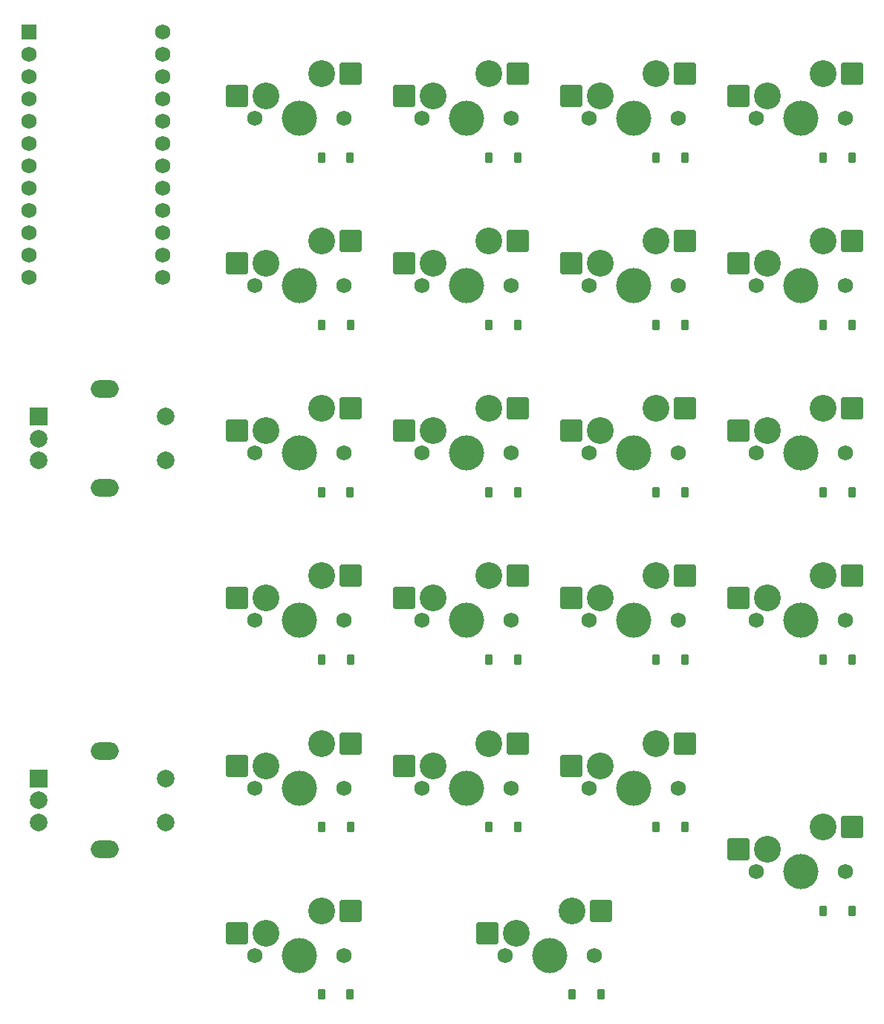
<source format=gbs>
G04 #@! TF.GenerationSoftware,KiCad,Pcbnew,8.0.2*
G04 #@! TF.CreationDate,2024-06-05T18:53:51-04:00*
G04 #@! TF.ProjectId,CSP_macropad_arduino,4353505f-6d61-4637-926f-7061645f6172,rev?*
G04 #@! TF.SameCoordinates,Original*
G04 #@! TF.FileFunction,Soldermask,Bot*
G04 #@! TF.FilePolarity,Negative*
%FSLAX46Y46*%
G04 Gerber Fmt 4.6, Leading zero omitted, Abs format (unit mm)*
G04 Created by KiCad (PCBNEW 8.0.2) date 2024-06-05 18:53:51*
%MOMM*%
%LPD*%
G01*
G04 APERTURE LIST*
G04 Aperture macros list*
%AMRoundRect*
0 Rectangle with rounded corners*
0 $1 Rounding radius*
0 $2 $3 $4 $5 $6 $7 $8 $9 X,Y pos of 4 corners*
0 Add a 4 corners polygon primitive as box body*
4,1,4,$2,$3,$4,$5,$6,$7,$8,$9,$2,$3,0*
0 Add four circle primitives for the rounded corners*
1,1,$1+$1,$2,$3*
1,1,$1+$1,$4,$5*
1,1,$1+$1,$6,$7*
1,1,$1+$1,$8,$9*
0 Add four rect primitives between the rounded corners*
20,1,$1+$1,$2,$3,$4,$5,0*
20,1,$1+$1,$4,$5,$6,$7,0*
20,1,$1+$1,$6,$7,$8,$9,0*
20,1,$1+$1,$8,$9,$2,$3,0*%
G04 Aperture macros list end*
%ADD10RoundRect,0.250000X-1.025000X-1.000000X1.025000X-1.000000X1.025000X1.000000X-1.025000X1.000000X0*%
%ADD11C,1.750000*%
%ADD12C,3.050000*%
%ADD13C,4.000000*%
%ADD14O,3.200000X2.000000*%
%ADD15R,2.000000X2.000000*%
%ADD16C,2.000000*%
%ADD17R,1.752600X1.752600*%
%ADD18C,1.752600*%
%ADD19RoundRect,0.225000X-0.225000X-0.375000X0.225000X-0.375000X0.225000X0.375000X-0.225000X0.375000X0*%
G04 APERTURE END LIST*
D10*
X110644500Y-66692500D03*
X97717500Y-69232500D03*
D11*
X109882500Y-71772500D03*
D12*
X107342500Y-66692500D03*
D13*
X104802500Y-71772500D03*
D12*
X100992500Y-69232500D03*
D11*
X99722500Y-71772500D03*
X99722500Y-33662500D03*
D12*
X100992500Y-31122500D03*
D13*
X104802500Y-33662500D03*
D12*
X107342500Y-28582500D03*
D11*
X109882500Y-33662500D03*
D10*
X97717500Y-31122500D03*
X110644500Y-28582500D03*
D11*
X137832500Y-119410000D03*
D12*
X139102500Y-116870000D03*
D13*
X142912500Y-119410000D03*
D12*
X145452500Y-114330000D03*
D11*
X147992500Y-119410000D03*
D10*
X135827500Y-116870000D03*
X148754500Y-114330000D03*
D11*
X99722500Y-90827500D03*
D12*
X100992500Y-88287500D03*
D13*
X104802500Y-90827500D03*
D12*
X107342500Y-85747500D03*
D11*
X109882500Y-90827500D03*
D10*
X97717500Y-88287500D03*
X110644500Y-85747500D03*
D14*
X63570082Y-105702500D03*
X63570082Y-116902500D03*
D15*
X56070082Y-108802500D03*
D16*
X56070082Y-113802500D03*
X56070082Y-111302500D03*
X70570082Y-113802500D03*
X70570082Y-108802500D03*
D11*
X118777500Y-109882500D03*
D12*
X120047500Y-107342500D03*
D13*
X123857500Y-109882500D03*
D12*
X126397500Y-104802500D03*
D11*
X128937500Y-109882500D03*
D10*
X116772500Y-107342500D03*
X129699500Y-104802500D03*
D11*
X118777500Y-52717500D03*
D12*
X120047500Y-50177500D03*
D13*
X123857500Y-52717500D03*
D12*
X126397500Y-47637500D03*
D11*
X128937500Y-52717500D03*
D10*
X116772500Y-50177500D03*
X129699500Y-47637500D03*
D11*
X137832500Y-71772500D03*
D12*
X139102500Y-69232500D03*
D13*
X142912500Y-71772500D03*
D12*
X145452500Y-66692500D03*
D11*
X147992500Y-71772500D03*
D10*
X135827500Y-69232500D03*
X148754500Y-66692500D03*
D11*
X118777500Y-71772500D03*
D12*
X120047500Y-69232500D03*
D13*
X123857500Y-71772500D03*
D12*
X126397500Y-66692500D03*
D11*
X128937500Y-71772500D03*
D10*
X116772500Y-69232500D03*
X129699500Y-66692500D03*
D11*
X80667500Y-33662500D03*
D12*
X81937500Y-31122500D03*
D13*
X85747500Y-33662500D03*
D12*
X88287500Y-28582500D03*
D11*
X90827500Y-33662500D03*
D10*
X78662500Y-31122500D03*
X91589500Y-28582500D03*
D11*
X137832500Y-52717500D03*
D12*
X139102500Y-50177500D03*
D13*
X142912500Y-52717500D03*
D12*
X145452500Y-47637500D03*
D11*
X147992500Y-52717500D03*
D10*
X135827500Y-50177500D03*
X148754500Y-47637500D03*
D14*
X63570082Y-64492500D03*
X63570082Y-75692500D03*
D15*
X56070082Y-67592500D03*
D16*
X56070082Y-72592500D03*
X56070082Y-70092500D03*
X70570082Y-72592500D03*
X70570082Y-67592500D03*
D17*
X54943250Y-23818750D03*
D18*
X54943250Y-26358750D03*
X54943250Y-28898750D03*
X54943250Y-31438750D03*
X54943250Y-33978750D03*
X54943250Y-36518750D03*
X54943250Y-39058750D03*
X54943250Y-41598750D03*
X54943250Y-44138750D03*
X54943250Y-46678750D03*
X54943250Y-49218750D03*
X54943250Y-51758750D03*
X70183250Y-51758750D03*
X70183250Y-49218750D03*
X70183250Y-46678750D03*
X70183250Y-44138750D03*
X70183250Y-41598750D03*
X70183250Y-39058750D03*
X70183250Y-36518750D03*
X70183250Y-33978750D03*
X70183250Y-31438750D03*
X70183250Y-28898750D03*
X70183250Y-26358750D03*
X70183250Y-23818750D03*
D11*
X137832500Y-90827500D03*
D12*
X139102500Y-88287500D03*
D13*
X142912500Y-90827500D03*
D12*
X145452500Y-85747500D03*
D11*
X147992500Y-90827500D03*
D10*
X135827500Y-88287500D03*
X148754500Y-85747500D03*
D11*
X80667500Y-52717500D03*
D12*
X81937500Y-50177500D03*
D13*
X85747500Y-52717500D03*
D12*
X88287500Y-47637500D03*
D11*
X90827500Y-52717500D03*
D10*
X78662500Y-50177500D03*
X91589500Y-47637500D03*
D11*
X80667500Y-71772500D03*
D12*
X81937500Y-69232500D03*
D13*
X85747500Y-71772500D03*
D12*
X88287500Y-66692500D03*
D11*
X90827500Y-71772500D03*
D10*
X78662500Y-69232500D03*
X91589500Y-66692500D03*
D11*
X80667500Y-128937500D03*
D12*
X81937500Y-126397500D03*
D13*
X85747500Y-128937500D03*
D12*
X88287500Y-123857500D03*
D11*
X90827500Y-128937500D03*
D10*
X78662500Y-126397500D03*
X91589500Y-123857500D03*
D11*
X109250000Y-128937500D03*
D12*
X110520000Y-126397500D03*
D13*
X114330000Y-128937500D03*
D12*
X116870000Y-123857500D03*
D11*
X119410000Y-128937500D03*
D10*
X107245000Y-126397500D03*
X120172000Y-123857500D03*
D11*
X99722500Y-109882500D03*
D12*
X100992500Y-107342500D03*
D13*
X104802500Y-109882500D03*
D12*
X107342500Y-104802500D03*
D11*
X109882500Y-109882500D03*
D10*
X97717500Y-107342500D03*
X110644500Y-104802500D03*
D11*
X137832500Y-33662500D03*
D12*
X139102500Y-31122500D03*
D13*
X142912500Y-33662500D03*
D12*
X145452500Y-28582500D03*
D11*
X147992500Y-33662500D03*
D10*
X135827500Y-31122500D03*
X148754500Y-28582500D03*
D11*
X80667500Y-90827500D03*
D12*
X81937500Y-88287500D03*
D13*
X85747500Y-90827500D03*
D12*
X88287500Y-85747500D03*
D11*
X90827500Y-90827500D03*
D10*
X78662500Y-88287500D03*
X91589500Y-85747500D03*
D11*
X118777500Y-90827500D03*
D12*
X120047500Y-88287500D03*
D13*
X123857500Y-90827500D03*
D12*
X126397500Y-85747500D03*
D11*
X128937500Y-90827500D03*
D10*
X116772500Y-88287500D03*
X129699500Y-85747500D03*
D11*
X99722500Y-52717500D03*
D12*
X100992500Y-50177500D03*
D13*
X104802500Y-52717500D03*
D12*
X107342500Y-47637500D03*
D11*
X109882500Y-52717500D03*
D10*
X97717500Y-50177500D03*
X110644500Y-47637500D03*
D11*
X118777500Y-33662500D03*
D12*
X120047500Y-31122500D03*
D13*
X123857500Y-33662500D03*
D12*
X126397500Y-28582500D03*
D11*
X128937500Y-33662500D03*
D10*
X116772500Y-31122500D03*
X129699500Y-28582500D03*
D11*
X80667500Y-109882500D03*
D12*
X81937500Y-107342500D03*
D13*
X85747500Y-109882500D03*
D12*
X88287500Y-104802500D03*
D11*
X90827500Y-109882500D03*
D10*
X78662500Y-107342500D03*
X91589500Y-104802500D03*
D19*
X116872000Y-133385000D03*
X120172000Y-133385000D03*
X107344500Y-114330000D03*
X110644500Y-114330000D03*
X126398832Y-76220000D03*
X129698832Y-76220000D03*
X107343166Y-76220000D03*
X110643166Y-76220000D03*
X107344500Y-57165000D03*
X110644500Y-57165000D03*
X126399500Y-114330000D03*
X129699500Y-114330000D03*
X88289500Y-57165000D03*
X91589500Y-57165000D03*
X145454500Y-57165000D03*
X148754500Y-57165000D03*
X145454500Y-123857500D03*
X148754500Y-123857500D03*
X145454500Y-38110000D03*
X148754500Y-38110000D03*
X107344500Y-95275000D03*
X110644500Y-95275000D03*
X107342500Y-38110000D03*
X110642500Y-38110000D03*
X88289500Y-95275000D03*
X91589500Y-95275000D03*
X145454500Y-95275000D03*
X148754500Y-95275000D03*
X145454500Y-76220000D03*
X148754500Y-76220000D03*
X88287500Y-38110000D03*
X91587500Y-38110000D03*
X88289500Y-114330000D03*
X91589500Y-114330000D03*
X88287500Y-76220000D03*
X91587500Y-76220000D03*
X88287500Y-133385000D03*
X91587500Y-133385000D03*
X126399500Y-57165000D03*
X129699500Y-57165000D03*
X126399500Y-95275000D03*
X129699500Y-95275000D03*
X126399500Y-38110000D03*
X129699500Y-38110000D03*
M02*

</source>
